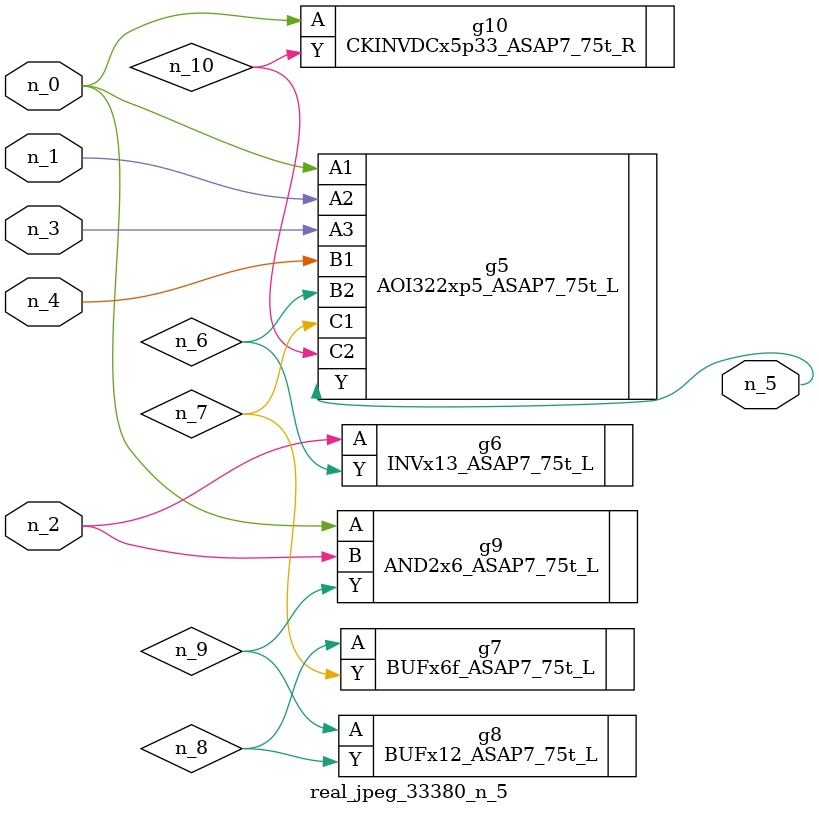
<source format=v>
module real_jpeg_33380_n_5 (n_4, n_0, n_1, n_2, n_3, n_5);

input n_4;
input n_0;
input n_1;
input n_2;
input n_3;

output n_5;

wire n_8;
wire n_6;
wire n_7;
wire n_10;
wire n_9;

AOI322xp5_ASAP7_75t_L g5 ( 
.A1(n_0),
.A2(n_1),
.A3(n_3),
.B1(n_4),
.B2(n_6),
.C1(n_7),
.C2(n_10),
.Y(n_5)
);

AND2x6_ASAP7_75t_L g9 ( 
.A(n_0),
.B(n_2),
.Y(n_9)
);

CKINVDCx5p33_ASAP7_75t_R g10 ( 
.A(n_0),
.Y(n_10)
);

INVx13_ASAP7_75t_L g6 ( 
.A(n_2),
.Y(n_6)
);

BUFx6f_ASAP7_75t_L g7 ( 
.A(n_8),
.Y(n_7)
);

BUFx12_ASAP7_75t_L g8 ( 
.A(n_9),
.Y(n_8)
);


endmodule
</source>
